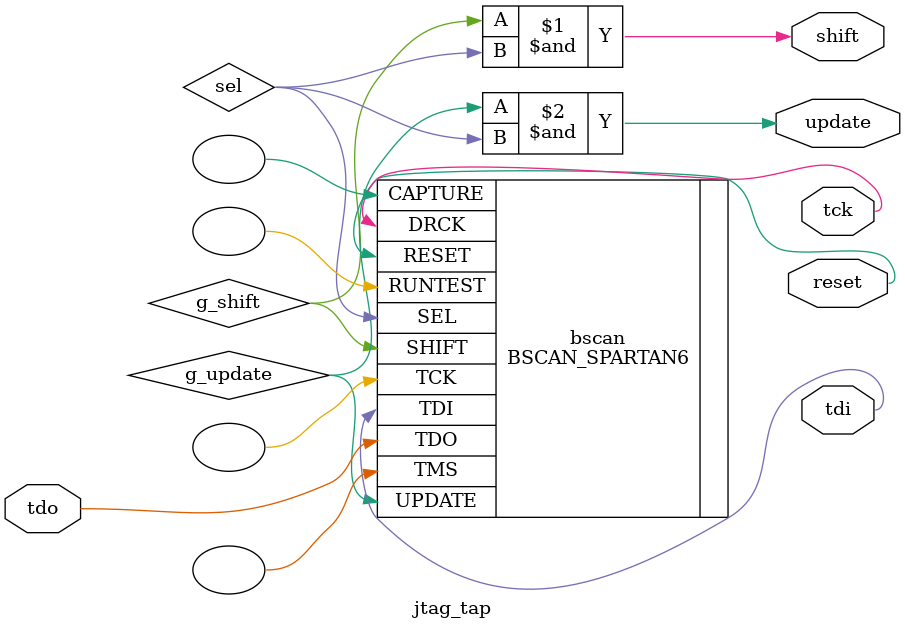
<source format=v>
/*
 * Milkymist SoC
 * Copyright (c) 2010 Michael Walle
 * All rights reserved.
 *
 * Redistribution and use in source and binary forms, with or without
 * modification, are permitted provided that the following conditions
 * are met:
 * 1. Redistributions of source code must retain the above copyright
 *    notice, this list of conditions and the following disclaimer.
 * 2. Redistributions in binary form must reproduce the above copyright
 *    notice, this list of conditions and the following disclaimer in the
 *    documentation and/or other materials provided with the distribution.
 * 3. The name of the author may not be used to endorse or promote products
 *    derived from this software without specific prior written permission.
 *
 * THIS SOFTWARE IS PROVIDED BY THE AUTHOR ``AS IS'' AND ANY EXPRESS OR
 * IMPLIED WARRANTIES, INCLUDING, BUT NOT LIMITED TO, THE IMPLIED WARRANTIES
 * OF MERCHANTABILITY AND FITNESS FOR A PARTICULAR PURPOSE ARE DISCLAIMED.
 * IN NO EVENT SHALL THE AUTHOR BE LIABLE FOR ANY DIRECT, INDIRECT,
 * INCIDENTAL, SPECIAL, EXEMPLARY, OR CONSEQUENTIAL DAMAGES (INCLUDING, BUT
 * NOT LIMITED TO, PROCUREMENT OF SUBSTITUTE GOODS OR SERVICES; LOSS OF USE,
 * DATA, OR PROFITS; OR BUSINESS INTERRUPTION) HOWEVER CAUSED AND ON ANY
 * THEORY OF LIABILITY, WHETHER IN CONTRACT, STRICT LIABILITY, OR TORT
 * (INCLUDING NEGLIGENCE OR OTHERWISE) ARISING IN ANY WAY OUT OF THE USE OF
 * THIS SOFTWARE, EVEN IF ADVISED OF THE POSSIBILITY OF SUCH DAMAGE.
 */

module jtag_tap(
	output tck,
	output tdi,
	input tdo,
	output shift,
	output update,
	output reset
);

wire g_shift;
wire g_update;

assign shift = g_shift & sel;
assign update = g_update & sel;

BSCAN_SPARTAN6 #(
	.JTAG_CHAIN(1)
) bscan (
	.CAPTURE(),
	.DRCK(tck),
	.RESET(reset),
	.RUNTEST(),
	.SEL(sel),
	.SHIFT(g_shift),
	.TCK(),
	.TDI(tdi),
	.TMS(),
	.UPDATE(g_update),
	.TDO(tdo)
);

endmodule

</source>
